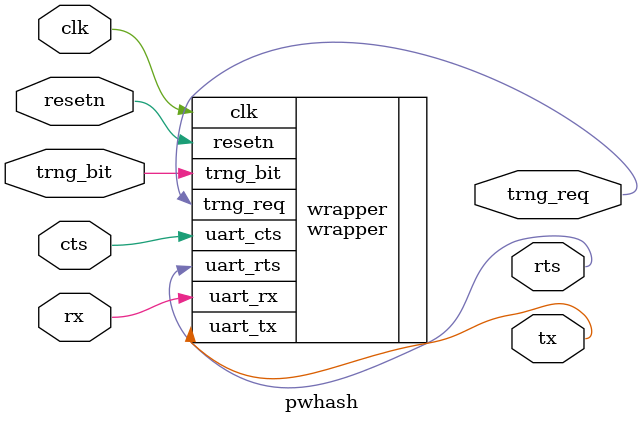
<source format=v>
/* verilator lint_off PINMISSING */

module pwhash #(
    parameter FIRMWARE_FILE = "fw/pwhash.mem",
    parameter ROM_ADDR_BITS = 12, // 4K ROM
    parameter RAM_ADDR_BITS = 12, // 4K RAM
    parameter FRAM_ADDR_BITS = 12 // 4k FRAM
) (
    input clk,
    input resetn,
    input rx,
    input cts,
    output tx,
    output rts,
    input trng_bit,
    output trng_req
);

wrapper #(
    .FIRMWARE_FILE (FIRMWARE_FILE),
    .ROM_ADDR_BITS (ROM_ADDR_BITS),
    .RAM_ADDR_BITS (RAM_ADDR_BITS),
    .FRAM_ADDR_BITS (FRAM_ADDR_BITS)
) wrapper (
    .clk (clk),
    .resetn (resetn),
    .uart_tx (tx),
    .uart_rx (rx),
    .uart_cts (cts),
    .uart_rts (rts),
    .trng_bit (trng_bit),
    .trng_req (trng_req)
);

endmodule

</source>
